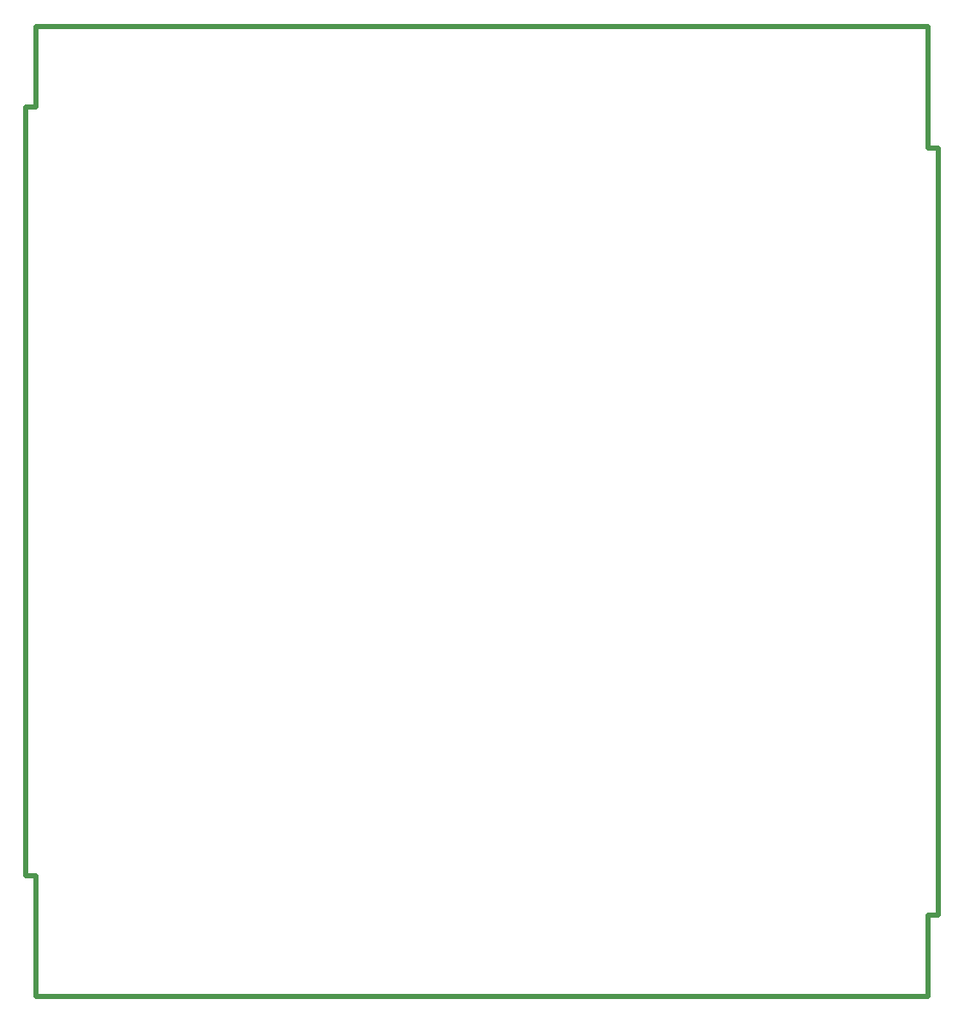
<source format=gm1>
%FSLAX42Y42*%
%MOMM*%
G71*
G01*
G75*
G04 Layer_Color=8421376*
%ADD10R,2.15X5.50*%
%ADD11R,3.00X7.50*%
%ADD12R,3.50X3.80*%
%ADD13O,0.25X0.70*%
%ADD14O,0.70X0.25*%
%ADD15R,1.60X1.60*%
%ADD16O,0.45X1.70*%
%ADD17R,0.66X0.94*%
%ADD18R,0.00X0.00*%
%ADD19R,0.00X0.00*%
%ADD20R,0.84X0.66*%
%ADD21R,1.70X1.70*%
%ADD22O,0.85X0.28*%
%ADD23O,0.28X0.85*%
%ADD24R,1.40X1.05*%
%ADD25R,1.25X1.50*%
%ADD26R,0.85X1.30*%
%ADD27R,1.00X1.00*%
G04:AMPARAMS|DCode=28|XSize=0.24mm|YSize=0.6mm|CornerRadius=0.08mm|HoleSize=0mm|Usage=FLASHONLY|Rotation=0.000|XOffset=0mm|YOffset=0mm|HoleType=Round|Shape=RoundedRectangle|*
%AMROUNDEDRECTD28*
21,1,0.24,0.43,0,0,0.0*
21,1,0.07,0.60,0,0,0.0*
1,1,0.17,0.04,-0.22*
1,1,0.17,-0.04,-0.22*
1,1,0.17,-0.04,0.22*
1,1,0.17,0.04,0.22*
%
%ADD28ROUNDEDRECTD28*%
%ADD29R,2.40X1.65*%
%ADD30O,0.30X0.85*%
%ADD31R,1.45X1.15*%
%ADD32R,1.15X1.45*%
%ADD33R,1.55X1.35*%
%ADD34R,0.95X1.35*%
%ADD35R,1.30X0.85*%
%ADD36R,1.05X1.40*%
%ADD37R,1.50X1.25*%
%ADD38R,1.00X1.00*%
%ADD39R,0.94X0.66*%
%ADD40R,0.00X0.00*%
%ADD41R,0.00X0.00*%
%ADD42R,0.66X0.84*%
%ADD43R,1.35X0.95*%
%ADD44R,1.35X1.55*%
%ADD45C,1.00*%
%ADD46C,0.64*%
%ADD47C,0.51*%
%ADD48C,0.38*%
%ADD49C,0.43*%
%ADD50C,0.25*%
%ADD51C,0.46*%
%ADD52C,0.76*%
%ADD53R,0.85X0.20*%
%ADD54R,2.85X1.58*%
%ADD55C,2.10*%
%ADD56C,1.50*%
%ADD57R,1.50X1.50*%
%ADD58R,1.50X1.50*%
%ADD59C,7.00*%
%ADD60C,0.50*%
%ADD61C,0.46*%
%ADD62C,0.61*%
%ADD63C,1.02*%
%ADD64C,2.22*%
%ADD65C,1.92*%
%ADD66C,4.22*%
%ADD67C,1.22*%
%ADD68C,1.22*%
%ADD69C,1.32*%
%ADD70C,0.25*%
%ADD71C,0.20*%
%ADD72C,0.10*%
%ADD73C,0.20*%
%ADD74C,0.60*%
%ADD75C,0.05*%
%ADD76R,0.58X0.17*%
%ADD77R,0.46X1.70*%
%ADD78R,0.65X0.19*%
%ADD79R,0.19X0.65*%
%ADD80R,1.70X0.46*%
%ADD81R,0.17X0.58*%
%ADD82R,0.70X0.70*%
%ADD83R,0.70X0.70*%
%ADD84R,1.00X0.65*%
%ADD85R,2.35X5.70*%
%ADD86R,3.20X7.70*%
%ADD87R,3.70X4.00*%
%ADD88O,0.45X0.90*%
%ADD89O,0.90X0.45*%
%ADD90R,1.80X1.80*%
%ADD91O,0.65X1.90*%
%ADD92R,1.04X0.86*%
%ADD93R,1.84X1.84*%
%ADD94O,0.99X0.42*%
%ADD95O,0.42X0.99*%
%ADD96R,1.60X1.25*%
%ADD97R,1.45X1.70*%
%ADD98R,1.05X1.50*%
%ADD99R,1.20X1.20*%
G04:AMPARAMS|DCode=100|XSize=0.44mm|YSize=0.8mm|CornerRadius=0.19mm|HoleSize=0mm|Usage=FLASHONLY|Rotation=0.000|XOffset=0mm|YOffset=0mm|HoleType=Round|Shape=RoundedRectangle|*
%AMROUNDEDRECTD100*
21,1,0.44,0.43,0,0,0.0*
21,1,0.07,0.80,0,0,0.0*
1,1,0.37,0.04,-0.22*
1,1,0.37,-0.04,-0.22*
1,1,0.37,-0.04,0.22*
1,1,0.37,0.04,0.22*
%
%ADD100ROUNDEDRECTD100*%
%ADD101R,2.54X1.79*%
%ADD102O,0.44X0.99*%
%ADD103R,1.65X1.35*%
%ADD104R,1.35X1.65*%
%ADD105R,1.75X1.55*%
%ADD106R,1.15X1.55*%
%ADD107R,1.50X1.05*%
%ADD108R,1.25X1.60*%
%ADD109R,1.70X1.45*%
%ADD110R,1.20X1.20*%
%ADD111R,0.86X1.04*%
%ADD112R,1.55X1.15*%
%ADD113R,1.55X1.75*%
%ADD114C,3.03*%
%ADD115R,1.05X0.40*%
%ADD116R,3.05X1.78*%
%ADD117C,2.30*%
%ADD118C,1.70*%
%ADD119R,1.70X1.70*%
%ADD120R,1.70X1.70*%
%ADD121C,7.20*%
%ADD122C,0.70*%
%ADD123C,0.66*%
%ADD124C,0.81*%
%ADD125C,0.50*%
D125*
X8928Y8390D02*
Y9590D01*
Y8390D02*
X9028D01*
Y800D02*
Y8390D01*
X8928Y800D02*
X9028D01*
X8928Y0D02*
Y800D01*
X98Y0D02*
X8928D01*
X98D02*
Y1190D01*
X-2D02*
Y8790D01*
X98D01*
Y9590D01*
X8647D01*
X8928D01*
X-2Y1190D02*
X98D01*
M02*

</source>
